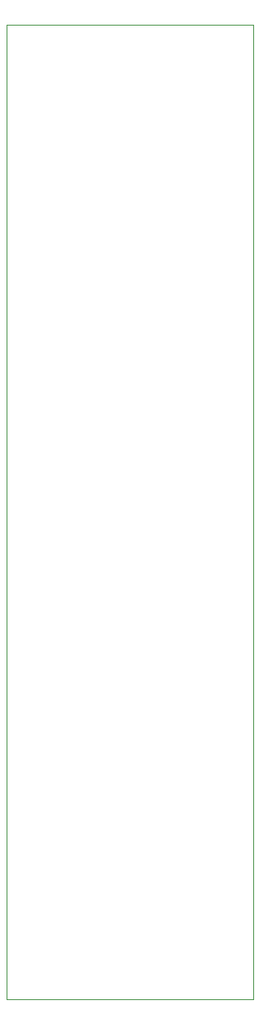
<source format=gm1>
%TF.GenerationSoftware,KiCad,Pcbnew,8.0.4-8.0.4-0~ubuntu22.04.1*%
%TF.CreationDate,2024-07-28T19:50:57+02:00*%
%TF.ProjectId,VoltageProcessor,566f6c74-6167-4655-9072-6f636573736f,0.1*%
%TF.SameCoordinates,Original*%
%TF.FileFunction,Profile,NP*%
%FSLAX46Y46*%
G04 Gerber Fmt 4.6, Leading zero omitted, Abs format (unit mm)*
G04 Created by KiCad (PCBNEW 8.0.4-8.0.4-0~ubuntu22.04.1) date 2024-07-28 19:50:57*
%MOMM*%
%LPD*%
G01*
G04 APERTURE LIST*
%TA.AperFunction,Profile*%
%ADD10C,0.050000*%
%TD*%
G04 APERTURE END LIST*
D10*
X120200000Y-156750000D02*
X94800000Y-156750000D01*
X120200000Y-56750000D02*
X120200000Y-156750000D01*
X94800000Y-56750000D02*
X120200000Y-56750000D01*
X94800000Y-156750000D02*
X94800000Y-56750000D01*
M02*

</source>
